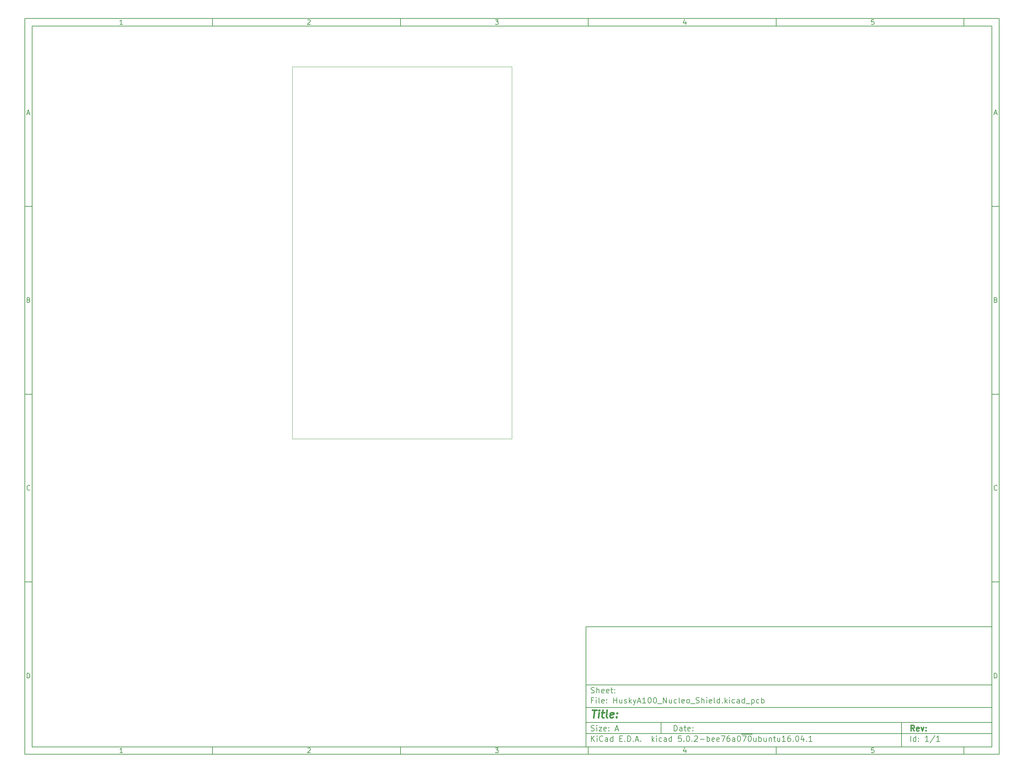
<source format=gbr>
G04 #@! TF.GenerationSoftware,KiCad,Pcbnew,5.0.2-bee76a0~70~ubuntu16.04.1*
G04 #@! TF.CreationDate,2019-02-15T18:52:28-05:00*
G04 #@! TF.ProjectId,HuskyA100_Nucleo_Shield,4875736b-7941-4313-9030-5f4e75636c65,rev?*
G04 #@! TF.SameCoordinates,Original*
G04 #@! TF.FileFunction,Profile,NP*
%FSLAX46Y46*%
G04 Gerber Fmt 4.6, Leading zero omitted, Abs format (unit mm)*
G04 Created by KiCad (PCBNEW 5.0.2-bee76a0~70~ubuntu16.04.1) date Fri 15 Feb 2019 06:52:28 PM EST*
%MOMM*%
%LPD*%
G01*
G04 APERTURE LIST*
%ADD10C,0.100000*%
%ADD11C,0.150000*%
%ADD12C,0.300000*%
%ADD13C,0.400000*%
G04 APERTURE END LIST*
D10*
D11*
X159400000Y-171900000D02*
X159400000Y-203900000D01*
X267400000Y-203900000D01*
X267400000Y-171900000D01*
X159400000Y-171900000D01*
D10*
D11*
X10000000Y-10000000D02*
X10000000Y-205900000D01*
X269400000Y-205900000D01*
X269400000Y-10000000D01*
X10000000Y-10000000D01*
D10*
D11*
X12000000Y-12000000D02*
X12000000Y-203900000D01*
X267400000Y-203900000D01*
X267400000Y-12000000D01*
X12000000Y-12000000D01*
D10*
D11*
X60000000Y-12000000D02*
X60000000Y-10000000D01*
D10*
D11*
X110000000Y-12000000D02*
X110000000Y-10000000D01*
D10*
D11*
X160000000Y-12000000D02*
X160000000Y-10000000D01*
D10*
D11*
X210000000Y-12000000D02*
X210000000Y-10000000D01*
D10*
D11*
X260000000Y-12000000D02*
X260000000Y-10000000D01*
D10*
D11*
X36065476Y-11588095D02*
X35322619Y-11588095D01*
X35694047Y-11588095D02*
X35694047Y-10288095D01*
X35570238Y-10473809D01*
X35446428Y-10597619D01*
X35322619Y-10659523D01*
D10*
D11*
X85322619Y-10411904D02*
X85384523Y-10350000D01*
X85508333Y-10288095D01*
X85817857Y-10288095D01*
X85941666Y-10350000D01*
X86003571Y-10411904D01*
X86065476Y-10535714D01*
X86065476Y-10659523D01*
X86003571Y-10845238D01*
X85260714Y-11588095D01*
X86065476Y-11588095D01*
D10*
D11*
X135260714Y-10288095D02*
X136065476Y-10288095D01*
X135632142Y-10783333D01*
X135817857Y-10783333D01*
X135941666Y-10845238D01*
X136003571Y-10907142D01*
X136065476Y-11030952D01*
X136065476Y-11340476D01*
X136003571Y-11464285D01*
X135941666Y-11526190D01*
X135817857Y-11588095D01*
X135446428Y-11588095D01*
X135322619Y-11526190D01*
X135260714Y-11464285D01*
D10*
D11*
X185941666Y-10721428D02*
X185941666Y-11588095D01*
X185632142Y-10226190D02*
X185322619Y-11154761D01*
X186127380Y-11154761D01*
D10*
D11*
X236003571Y-10288095D02*
X235384523Y-10288095D01*
X235322619Y-10907142D01*
X235384523Y-10845238D01*
X235508333Y-10783333D01*
X235817857Y-10783333D01*
X235941666Y-10845238D01*
X236003571Y-10907142D01*
X236065476Y-11030952D01*
X236065476Y-11340476D01*
X236003571Y-11464285D01*
X235941666Y-11526190D01*
X235817857Y-11588095D01*
X235508333Y-11588095D01*
X235384523Y-11526190D01*
X235322619Y-11464285D01*
D10*
D11*
X60000000Y-203900000D02*
X60000000Y-205900000D01*
D10*
D11*
X110000000Y-203900000D02*
X110000000Y-205900000D01*
D10*
D11*
X160000000Y-203900000D02*
X160000000Y-205900000D01*
D10*
D11*
X210000000Y-203900000D02*
X210000000Y-205900000D01*
D10*
D11*
X260000000Y-203900000D02*
X260000000Y-205900000D01*
D10*
D11*
X36065476Y-205488095D02*
X35322619Y-205488095D01*
X35694047Y-205488095D02*
X35694047Y-204188095D01*
X35570238Y-204373809D01*
X35446428Y-204497619D01*
X35322619Y-204559523D01*
D10*
D11*
X85322619Y-204311904D02*
X85384523Y-204250000D01*
X85508333Y-204188095D01*
X85817857Y-204188095D01*
X85941666Y-204250000D01*
X86003571Y-204311904D01*
X86065476Y-204435714D01*
X86065476Y-204559523D01*
X86003571Y-204745238D01*
X85260714Y-205488095D01*
X86065476Y-205488095D01*
D10*
D11*
X135260714Y-204188095D02*
X136065476Y-204188095D01*
X135632142Y-204683333D01*
X135817857Y-204683333D01*
X135941666Y-204745238D01*
X136003571Y-204807142D01*
X136065476Y-204930952D01*
X136065476Y-205240476D01*
X136003571Y-205364285D01*
X135941666Y-205426190D01*
X135817857Y-205488095D01*
X135446428Y-205488095D01*
X135322619Y-205426190D01*
X135260714Y-205364285D01*
D10*
D11*
X185941666Y-204621428D02*
X185941666Y-205488095D01*
X185632142Y-204126190D02*
X185322619Y-205054761D01*
X186127380Y-205054761D01*
D10*
D11*
X236003571Y-204188095D02*
X235384523Y-204188095D01*
X235322619Y-204807142D01*
X235384523Y-204745238D01*
X235508333Y-204683333D01*
X235817857Y-204683333D01*
X235941666Y-204745238D01*
X236003571Y-204807142D01*
X236065476Y-204930952D01*
X236065476Y-205240476D01*
X236003571Y-205364285D01*
X235941666Y-205426190D01*
X235817857Y-205488095D01*
X235508333Y-205488095D01*
X235384523Y-205426190D01*
X235322619Y-205364285D01*
D10*
D11*
X10000000Y-60000000D02*
X12000000Y-60000000D01*
D10*
D11*
X10000000Y-110000000D02*
X12000000Y-110000000D01*
D10*
D11*
X10000000Y-160000000D02*
X12000000Y-160000000D01*
D10*
D11*
X10690476Y-35216666D02*
X11309523Y-35216666D01*
X10566666Y-35588095D02*
X11000000Y-34288095D01*
X11433333Y-35588095D01*
D10*
D11*
X11092857Y-84907142D02*
X11278571Y-84969047D01*
X11340476Y-85030952D01*
X11402380Y-85154761D01*
X11402380Y-85340476D01*
X11340476Y-85464285D01*
X11278571Y-85526190D01*
X11154761Y-85588095D01*
X10659523Y-85588095D01*
X10659523Y-84288095D01*
X11092857Y-84288095D01*
X11216666Y-84350000D01*
X11278571Y-84411904D01*
X11340476Y-84535714D01*
X11340476Y-84659523D01*
X11278571Y-84783333D01*
X11216666Y-84845238D01*
X11092857Y-84907142D01*
X10659523Y-84907142D01*
D10*
D11*
X11402380Y-135464285D02*
X11340476Y-135526190D01*
X11154761Y-135588095D01*
X11030952Y-135588095D01*
X10845238Y-135526190D01*
X10721428Y-135402380D01*
X10659523Y-135278571D01*
X10597619Y-135030952D01*
X10597619Y-134845238D01*
X10659523Y-134597619D01*
X10721428Y-134473809D01*
X10845238Y-134350000D01*
X11030952Y-134288095D01*
X11154761Y-134288095D01*
X11340476Y-134350000D01*
X11402380Y-134411904D01*
D10*
D11*
X10659523Y-185588095D02*
X10659523Y-184288095D01*
X10969047Y-184288095D01*
X11154761Y-184350000D01*
X11278571Y-184473809D01*
X11340476Y-184597619D01*
X11402380Y-184845238D01*
X11402380Y-185030952D01*
X11340476Y-185278571D01*
X11278571Y-185402380D01*
X11154761Y-185526190D01*
X10969047Y-185588095D01*
X10659523Y-185588095D01*
D10*
D11*
X269400000Y-60000000D02*
X267400000Y-60000000D01*
D10*
D11*
X269400000Y-110000000D02*
X267400000Y-110000000D01*
D10*
D11*
X269400000Y-160000000D02*
X267400000Y-160000000D01*
D10*
D11*
X268090476Y-35216666D02*
X268709523Y-35216666D01*
X267966666Y-35588095D02*
X268400000Y-34288095D01*
X268833333Y-35588095D01*
D10*
D11*
X268492857Y-84907142D02*
X268678571Y-84969047D01*
X268740476Y-85030952D01*
X268802380Y-85154761D01*
X268802380Y-85340476D01*
X268740476Y-85464285D01*
X268678571Y-85526190D01*
X268554761Y-85588095D01*
X268059523Y-85588095D01*
X268059523Y-84288095D01*
X268492857Y-84288095D01*
X268616666Y-84350000D01*
X268678571Y-84411904D01*
X268740476Y-84535714D01*
X268740476Y-84659523D01*
X268678571Y-84783333D01*
X268616666Y-84845238D01*
X268492857Y-84907142D01*
X268059523Y-84907142D01*
D10*
D11*
X268802380Y-135464285D02*
X268740476Y-135526190D01*
X268554761Y-135588095D01*
X268430952Y-135588095D01*
X268245238Y-135526190D01*
X268121428Y-135402380D01*
X268059523Y-135278571D01*
X267997619Y-135030952D01*
X267997619Y-134845238D01*
X268059523Y-134597619D01*
X268121428Y-134473809D01*
X268245238Y-134350000D01*
X268430952Y-134288095D01*
X268554761Y-134288095D01*
X268740476Y-134350000D01*
X268802380Y-134411904D01*
D10*
D11*
X268059523Y-185588095D02*
X268059523Y-184288095D01*
X268369047Y-184288095D01*
X268554761Y-184350000D01*
X268678571Y-184473809D01*
X268740476Y-184597619D01*
X268802380Y-184845238D01*
X268802380Y-185030952D01*
X268740476Y-185278571D01*
X268678571Y-185402380D01*
X268554761Y-185526190D01*
X268369047Y-185588095D01*
X268059523Y-185588095D01*
D10*
D11*
X182832142Y-199678571D02*
X182832142Y-198178571D01*
X183189285Y-198178571D01*
X183403571Y-198250000D01*
X183546428Y-198392857D01*
X183617857Y-198535714D01*
X183689285Y-198821428D01*
X183689285Y-199035714D01*
X183617857Y-199321428D01*
X183546428Y-199464285D01*
X183403571Y-199607142D01*
X183189285Y-199678571D01*
X182832142Y-199678571D01*
X184975000Y-199678571D02*
X184975000Y-198892857D01*
X184903571Y-198750000D01*
X184760714Y-198678571D01*
X184475000Y-198678571D01*
X184332142Y-198750000D01*
X184975000Y-199607142D02*
X184832142Y-199678571D01*
X184475000Y-199678571D01*
X184332142Y-199607142D01*
X184260714Y-199464285D01*
X184260714Y-199321428D01*
X184332142Y-199178571D01*
X184475000Y-199107142D01*
X184832142Y-199107142D01*
X184975000Y-199035714D01*
X185475000Y-198678571D02*
X186046428Y-198678571D01*
X185689285Y-198178571D02*
X185689285Y-199464285D01*
X185760714Y-199607142D01*
X185903571Y-199678571D01*
X186046428Y-199678571D01*
X187117857Y-199607142D02*
X186975000Y-199678571D01*
X186689285Y-199678571D01*
X186546428Y-199607142D01*
X186475000Y-199464285D01*
X186475000Y-198892857D01*
X186546428Y-198750000D01*
X186689285Y-198678571D01*
X186975000Y-198678571D01*
X187117857Y-198750000D01*
X187189285Y-198892857D01*
X187189285Y-199035714D01*
X186475000Y-199178571D01*
X187832142Y-199535714D02*
X187903571Y-199607142D01*
X187832142Y-199678571D01*
X187760714Y-199607142D01*
X187832142Y-199535714D01*
X187832142Y-199678571D01*
X187832142Y-198750000D02*
X187903571Y-198821428D01*
X187832142Y-198892857D01*
X187760714Y-198821428D01*
X187832142Y-198750000D01*
X187832142Y-198892857D01*
D10*
D11*
X159400000Y-200400000D02*
X267400000Y-200400000D01*
D10*
D11*
X160832142Y-202478571D02*
X160832142Y-200978571D01*
X161689285Y-202478571D02*
X161046428Y-201621428D01*
X161689285Y-200978571D02*
X160832142Y-201835714D01*
X162332142Y-202478571D02*
X162332142Y-201478571D01*
X162332142Y-200978571D02*
X162260714Y-201050000D01*
X162332142Y-201121428D01*
X162403571Y-201050000D01*
X162332142Y-200978571D01*
X162332142Y-201121428D01*
X163903571Y-202335714D02*
X163832142Y-202407142D01*
X163617857Y-202478571D01*
X163475000Y-202478571D01*
X163260714Y-202407142D01*
X163117857Y-202264285D01*
X163046428Y-202121428D01*
X162975000Y-201835714D01*
X162975000Y-201621428D01*
X163046428Y-201335714D01*
X163117857Y-201192857D01*
X163260714Y-201050000D01*
X163475000Y-200978571D01*
X163617857Y-200978571D01*
X163832142Y-201050000D01*
X163903571Y-201121428D01*
X165189285Y-202478571D02*
X165189285Y-201692857D01*
X165117857Y-201550000D01*
X164975000Y-201478571D01*
X164689285Y-201478571D01*
X164546428Y-201550000D01*
X165189285Y-202407142D02*
X165046428Y-202478571D01*
X164689285Y-202478571D01*
X164546428Y-202407142D01*
X164475000Y-202264285D01*
X164475000Y-202121428D01*
X164546428Y-201978571D01*
X164689285Y-201907142D01*
X165046428Y-201907142D01*
X165189285Y-201835714D01*
X166546428Y-202478571D02*
X166546428Y-200978571D01*
X166546428Y-202407142D02*
X166403571Y-202478571D01*
X166117857Y-202478571D01*
X165975000Y-202407142D01*
X165903571Y-202335714D01*
X165832142Y-202192857D01*
X165832142Y-201764285D01*
X165903571Y-201621428D01*
X165975000Y-201550000D01*
X166117857Y-201478571D01*
X166403571Y-201478571D01*
X166546428Y-201550000D01*
X168403571Y-201692857D02*
X168903571Y-201692857D01*
X169117857Y-202478571D02*
X168403571Y-202478571D01*
X168403571Y-200978571D01*
X169117857Y-200978571D01*
X169760714Y-202335714D02*
X169832142Y-202407142D01*
X169760714Y-202478571D01*
X169689285Y-202407142D01*
X169760714Y-202335714D01*
X169760714Y-202478571D01*
X170475000Y-202478571D02*
X170475000Y-200978571D01*
X170832142Y-200978571D01*
X171046428Y-201050000D01*
X171189285Y-201192857D01*
X171260714Y-201335714D01*
X171332142Y-201621428D01*
X171332142Y-201835714D01*
X171260714Y-202121428D01*
X171189285Y-202264285D01*
X171046428Y-202407142D01*
X170832142Y-202478571D01*
X170475000Y-202478571D01*
X171975000Y-202335714D02*
X172046428Y-202407142D01*
X171975000Y-202478571D01*
X171903571Y-202407142D01*
X171975000Y-202335714D01*
X171975000Y-202478571D01*
X172617857Y-202050000D02*
X173332142Y-202050000D01*
X172475000Y-202478571D02*
X172975000Y-200978571D01*
X173475000Y-202478571D01*
X173975000Y-202335714D02*
X174046428Y-202407142D01*
X173975000Y-202478571D01*
X173903571Y-202407142D01*
X173975000Y-202335714D01*
X173975000Y-202478571D01*
X176975000Y-202478571D02*
X176975000Y-200978571D01*
X177117857Y-201907142D02*
X177546428Y-202478571D01*
X177546428Y-201478571D02*
X176975000Y-202050000D01*
X178189285Y-202478571D02*
X178189285Y-201478571D01*
X178189285Y-200978571D02*
X178117857Y-201050000D01*
X178189285Y-201121428D01*
X178260714Y-201050000D01*
X178189285Y-200978571D01*
X178189285Y-201121428D01*
X179546428Y-202407142D02*
X179403571Y-202478571D01*
X179117857Y-202478571D01*
X178975000Y-202407142D01*
X178903571Y-202335714D01*
X178832142Y-202192857D01*
X178832142Y-201764285D01*
X178903571Y-201621428D01*
X178975000Y-201550000D01*
X179117857Y-201478571D01*
X179403571Y-201478571D01*
X179546428Y-201550000D01*
X180832142Y-202478571D02*
X180832142Y-201692857D01*
X180760714Y-201550000D01*
X180617857Y-201478571D01*
X180332142Y-201478571D01*
X180189285Y-201550000D01*
X180832142Y-202407142D02*
X180689285Y-202478571D01*
X180332142Y-202478571D01*
X180189285Y-202407142D01*
X180117857Y-202264285D01*
X180117857Y-202121428D01*
X180189285Y-201978571D01*
X180332142Y-201907142D01*
X180689285Y-201907142D01*
X180832142Y-201835714D01*
X182189285Y-202478571D02*
X182189285Y-200978571D01*
X182189285Y-202407142D02*
X182046428Y-202478571D01*
X181760714Y-202478571D01*
X181617857Y-202407142D01*
X181546428Y-202335714D01*
X181475000Y-202192857D01*
X181475000Y-201764285D01*
X181546428Y-201621428D01*
X181617857Y-201550000D01*
X181760714Y-201478571D01*
X182046428Y-201478571D01*
X182189285Y-201550000D01*
X184760714Y-200978571D02*
X184046428Y-200978571D01*
X183975000Y-201692857D01*
X184046428Y-201621428D01*
X184189285Y-201550000D01*
X184546428Y-201550000D01*
X184689285Y-201621428D01*
X184760714Y-201692857D01*
X184832142Y-201835714D01*
X184832142Y-202192857D01*
X184760714Y-202335714D01*
X184689285Y-202407142D01*
X184546428Y-202478571D01*
X184189285Y-202478571D01*
X184046428Y-202407142D01*
X183975000Y-202335714D01*
X185475000Y-202335714D02*
X185546428Y-202407142D01*
X185475000Y-202478571D01*
X185403571Y-202407142D01*
X185475000Y-202335714D01*
X185475000Y-202478571D01*
X186475000Y-200978571D02*
X186617857Y-200978571D01*
X186760714Y-201050000D01*
X186832142Y-201121428D01*
X186903571Y-201264285D01*
X186975000Y-201550000D01*
X186975000Y-201907142D01*
X186903571Y-202192857D01*
X186832142Y-202335714D01*
X186760714Y-202407142D01*
X186617857Y-202478571D01*
X186475000Y-202478571D01*
X186332142Y-202407142D01*
X186260714Y-202335714D01*
X186189285Y-202192857D01*
X186117857Y-201907142D01*
X186117857Y-201550000D01*
X186189285Y-201264285D01*
X186260714Y-201121428D01*
X186332142Y-201050000D01*
X186475000Y-200978571D01*
X187617857Y-202335714D02*
X187689285Y-202407142D01*
X187617857Y-202478571D01*
X187546428Y-202407142D01*
X187617857Y-202335714D01*
X187617857Y-202478571D01*
X188260714Y-201121428D02*
X188332142Y-201050000D01*
X188475000Y-200978571D01*
X188832142Y-200978571D01*
X188975000Y-201050000D01*
X189046428Y-201121428D01*
X189117857Y-201264285D01*
X189117857Y-201407142D01*
X189046428Y-201621428D01*
X188189285Y-202478571D01*
X189117857Y-202478571D01*
X189760714Y-201907142D02*
X190903571Y-201907142D01*
X191617857Y-202478571D02*
X191617857Y-200978571D01*
X191617857Y-201550000D02*
X191760714Y-201478571D01*
X192046428Y-201478571D01*
X192189285Y-201550000D01*
X192260714Y-201621428D01*
X192332142Y-201764285D01*
X192332142Y-202192857D01*
X192260714Y-202335714D01*
X192189285Y-202407142D01*
X192046428Y-202478571D01*
X191760714Y-202478571D01*
X191617857Y-202407142D01*
X193546428Y-202407142D02*
X193403571Y-202478571D01*
X193117857Y-202478571D01*
X192975000Y-202407142D01*
X192903571Y-202264285D01*
X192903571Y-201692857D01*
X192975000Y-201550000D01*
X193117857Y-201478571D01*
X193403571Y-201478571D01*
X193546428Y-201550000D01*
X193617857Y-201692857D01*
X193617857Y-201835714D01*
X192903571Y-201978571D01*
X194832142Y-202407142D02*
X194689285Y-202478571D01*
X194403571Y-202478571D01*
X194260714Y-202407142D01*
X194189285Y-202264285D01*
X194189285Y-201692857D01*
X194260714Y-201550000D01*
X194403571Y-201478571D01*
X194689285Y-201478571D01*
X194832142Y-201550000D01*
X194903571Y-201692857D01*
X194903571Y-201835714D01*
X194189285Y-201978571D01*
X195403571Y-200978571D02*
X196403571Y-200978571D01*
X195760714Y-202478571D01*
X197617857Y-200978571D02*
X197332142Y-200978571D01*
X197189285Y-201050000D01*
X197117857Y-201121428D01*
X196975000Y-201335714D01*
X196903571Y-201621428D01*
X196903571Y-202192857D01*
X196975000Y-202335714D01*
X197046428Y-202407142D01*
X197189285Y-202478571D01*
X197475000Y-202478571D01*
X197617857Y-202407142D01*
X197689285Y-202335714D01*
X197760714Y-202192857D01*
X197760714Y-201835714D01*
X197689285Y-201692857D01*
X197617857Y-201621428D01*
X197475000Y-201550000D01*
X197189285Y-201550000D01*
X197046428Y-201621428D01*
X196975000Y-201692857D01*
X196903571Y-201835714D01*
X199046428Y-202478571D02*
X199046428Y-201692857D01*
X198975000Y-201550000D01*
X198832142Y-201478571D01*
X198546428Y-201478571D01*
X198403571Y-201550000D01*
X199046428Y-202407142D02*
X198903571Y-202478571D01*
X198546428Y-202478571D01*
X198403571Y-202407142D01*
X198332142Y-202264285D01*
X198332142Y-202121428D01*
X198403571Y-201978571D01*
X198546428Y-201907142D01*
X198903571Y-201907142D01*
X199046428Y-201835714D01*
X200046428Y-200978571D02*
X200189285Y-200978571D01*
X200332142Y-201050000D01*
X200403571Y-201121428D01*
X200475000Y-201264285D01*
X200546428Y-201550000D01*
X200546428Y-201907142D01*
X200475000Y-202192857D01*
X200403571Y-202335714D01*
X200332142Y-202407142D01*
X200189285Y-202478571D01*
X200046428Y-202478571D01*
X199903571Y-202407142D01*
X199832142Y-202335714D01*
X199760714Y-202192857D01*
X199689285Y-201907142D01*
X199689285Y-201550000D01*
X199760714Y-201264285D01*
X199832142Y-201121428D01*
X199903571Y-201050000D01*
X200046428Y-200978571D01*
X200832142Y-200570000D02*
X202260714Y-200570000D01*
X201046428Y-200978571D02*
X202046428Y-200978571D01*
X201403571Y-202478571D01*
X202260714Y-200570000D02*
X203689285Y-200570000D01*
X202903571Y-200978571D02*
X203046428Y-200978571D01*
X203189285Y-201050000D01*
X203260714Y-201121428D01*
X203332142Y-201264285D01*
X203403571Y-201550000D01*
X203403571Y-201907142D01*
X203332142Y-202192857D01*
X203260714Y-202335714D01*
X203189285Y-202407142D01*
X203046428Y-202478571D01*
X202903571Y-202478571D01*
X202760714Y-202407142D01*
X202689285Y-202335714D01*
X202617857Y-202192857D01*
X202546428Y-201907142D01*
X202546428Y-201550000D01*
X202617857Y-201264285D01*
X202689285Y-201121428D01*
X202760714Y-201050000D01*
X202903571Y-200978571D01*
X204689285Y-201478571D02*
X204689285Y-202478571D01*
X204046428Y-201478571D02*
X204046428Y-202264285D01*
X204117857Y-202407142D01*
X204260714Y-202478571D01*
X204475000Y-202478571D01*
X204617857Y-202407142D01*
X204689285Y-202335714D01*
X205403571Y-202478571D02*
X205403571Y-200978571D01*
X205403571Y-201550000D02*
X205546428Y-201478571D01*
X205832142Y-201478571D01*
X205975000Y-201550000D01*
X206046428Y-201621428D01*
X206117857Y-201764285D01*
X206117857Y-202192857D01*
X206046428Y-202335714D01*
X205975000Y-202407142D01*
X205832142Y-202478571D01*
X205546428Y-202478571D01*
X205403571Y-202407142D01*
X207403571Y-201478571D02*
X207403571Y-202478571D01*
X206760714Y-201478571D02*
X206760714Y-202264285D01*
X206832142Y-202407142D01*
X206975000Y-202478571D01*
X207189285Y-202478571D01*
X207332142Y-202407142D01*
X207403571Y-202335714D01*
X208117857Y-201478571D02*
X208117857Y-202478571D01*
X208117857Y-201621428D02*
X208189285Y-201550000D01*
X208332142Y-201478571D01*
X208546428Y-201478571D01*
X208689285Y-201550000D01*
X208760714Y-201692857D01*
X208760714Y-202478571D01*
X209260714Y-201478571D02*
X209832142Y-201478571D01*
X209475000Y-200978571D02*
X209475000Y-202264285D01*
X209546428Y-202407142D01*
X209689285Y-202478571D01*
X209832142Y-202478571D01*
X210975000Y-201478571D02*
X210975000Y-202478571D01*
X210332142Y-201478571D02*
X210332142Y-202264285D01*
X210403571Y-202407142D01*
X210546428Y-202478571D01*
X210760714Y-202478571D01*
X210903571Y-202407142D01*
X210975000Y-202335714D01*
X212475000Y-202478571D02*
X211617857Y-202478571D01*
X212046428Y-202478571D02*
X212046428Y-200978571D01*
X211903571Y-201192857D01*
X211760714Y-201335714D01*
X211617857Y-201407142D01*
X213760714Y-200978571D02*
X213475000Y-200978571D01*
X213332142Y-201050000D01*
X213260714Y-201121428D01*
X213117857Y-201335714D01*
X213046428Y-201621428D01*
X213046428Y-202192857D01*
X213117857Y-202335714D01*
X213189285Y-202407142D01*
X213332142Y-202478571D01*
X213617857Y-202478571D01*
X213760714Y-202407142D01*
X213832142Y-202335714D01*
X213903571Y-202192857D01*
X213903571Y-201835714D01*
X213832142Y-201692857D01*
X213760714Y-201621428D01*
X213617857Y-201550000D01*
X213332142Y-201550000D01*
X213189285Y-201621428D01*
X213117857Y-201692857D01*
X213046428Y-201835714D01*
X214546428Y-202335714D02*
X214617857Y-202407142D01*
X214546428Y-202478571D01*
X214475000Y-202407142D01*
X214546428Y-202335714D01*
X214546428Y-202478571D01*
X215546428Y-200978571D02*
X215689285Y-200978571D01*
X215832142Y-201050000D01*
X215903571Y-201121428D01*
X215975000Y-201264285D01*
X216046428Y-201550000D01*
X216046428Y-201907142D01*
X215975000Y-202192857D01*
X215903571Y-202335714D01*
X215832142Y-202407142D01*
X215689285Y-202478571D01*
X215546428Y-202478571D01*
X215403571Y-202407142D01*
X215332142Y-202335714D01*
X215260714Y-202192857D01*
X215189285Y-201907142D01*
X215189285Y-201550000D01*
X215260714Y-201264285D01*
X215332142Y-201121428D01*
X215403571Y-201050000D01*
X215546428Y-200978571D01*
X217332142Y-201478571D02*
X217332142Y-202478571D01*
X216975000Y-200907142D02*
X216617857Y-201978571D01*
X217546428Y-201978571D01*
X218117857Y-202335714D02*
X218189285Y-202407142D01*
X218117857Y-202478571D01*
X218046428Y-202407142D01*
X218117857Y-202335714D01*
X218117857Y-202478571D01*
X219617857Y-202478571D02*
X218760714Y-202478571D01*
X219189285Y-202478571D02*
X219189285Y-200978571D01*
X219046428Y-201192857D01*
X218903571Y-201335714D01*
X218760714Y-201407142D01*
D10*
D11*
X159400000Y-197400000D02*
X267400000Y-197400000D01*
D10*
D12*
X246809285Y-199678571D02*
X246309285Y-198964285D01*
X245952142Y-199678571D02*
X245952142Y-198178571D01*
X246523571Y-198178571D01*
X246666428Y-198250000D01*
X246737857Y-198321428D01*
X246809285Y-198464285D01*
X246809285Y-198678571D01*
X246737857Y-198821428D01*
X246666428Y-198892857D01*
X246523571Y-198964285D01*
X245952142Y-198964285D01*
X248023571Y-199607142D02*
X247880714Y-199678571D01*
X247595000Y-199678571D01*
X247452142Y-199607142D01*
X247380714Y-199464285D01*
X247380714Y-198892857D01*
X247452142Y-198750000D01*
X247595000Y-198678571D01*
X247880714Y-198678571D01*
X248023571Y-198750000D01*
X248095000Y-198892857D01*
X248095000Y-199035714D01*
X247380714Y-199178571D01*
X248595000Y-198678571D02*
X248952142Y-199678571D01*
X249309285Y-198678571D01*
X249880714Y-199535714D02*
X249952142Y-199607142D01*
X249880714Y-199678571D01*
X249809285Y-199607142D01*
X249880714Y-199535714D01*
X249880714Y-199678571D01*
X249880714Y-198750000D02*
X249952142Y-198821428D01*
X249880714Y-198892857D01*
X249809285Y-198821428D01*
X249880714Y-198750000D01*
X249880714Y-198892857D01*
D10*
D11*
X160760714Y-199607142D02*
X160975000Y-199678571D01*
X161332142Y-199678571D01*
X161475000Y-199607142D01*
X161546428Y-199535714D01*
X161617857Y-199392857D01*
X161617857Y-199250000D01*
X161546428Y-199107142D01*
X161475000Y-199035714D01*
X161332142Y-198964285D01*
X161046428Y-198892857D01*
X160903571Y-198821428D01*
X160832142Y-198750000D01*
X160760714Y-198607142D01*
X160760714Y-198464285D01*
X160832142Y-198321428D01*
X160903571Y-198250000D01*
X161046428Y-198178571D01*
X161403571Y-198178571D01*
X161617857Y-198250000D01*
X162260714Y-199678571D02*
X162260714Y-198678571D01*
X162260714Y-198178571D02*
X162189285Y-198250000D01*
X162260714Y-198321428D01*
X162332142Y-198250000D01*
X162260714Y-198178571D01*
X162260714Y-198321428D01*
X162832142Y-198678571D02*
X163617857Y-198678571D01*
X162832142Y-199678571D01*
X163617857Y-199678571D01*
X164760714Y-199607142D02*
X164617857Y-199678571D01*
X164332142Y-199678571D01*
X164189285Y-199607142D01*
X164117857Y-199464285D01*
X164117857Y-198892857D01*
X164189285Y-198750000D01*
X164332142Y-198678571D01*
X164617857Y-198678571D01*
X164760714Y-198750000D01*
X164832142Y-198892857D01*
X164832142Y-199035714D01*
X164117857Y-199178571D01*
X165475000Y-199535714D02*
X165546428Y-199607142D01*
X165475000Y-199678571D01*
X165403571Y-199607142D01*
X165475000Y-199535714D01*
X165475000Y-199678571D01*
X165475000Y-198750000D02*
X165546428Y-198821428D01*
X165475000Y-198892857D01*
X165403571Y-198821428D01*
X165475000Y-198750000D01*
X165475000Y-198892857D01*
X167260714Y-199250000D02*
X167975000Y-199250000D01*
X167117857Y-199678571D02*
X167617857Y-198178571D01*
X168117857Y-199678571D01*
D10*
D11*
X245832142Y-202478571D02*
X245832142Y-200978571D01*
X247189285Y-202478571D02*
X247189285Y-200978571D01*
X247189285Y-202407142D02*
X247046428Y-202478571D01*
X246760714Y-202478571D01*
X246617857Y-202407142D01*
X246546428Y-202335714D01*
X246475000Y-202192857D01*
X246475000Y-201764285D01*
X246546428Y-201621428D01*
X246617857Y-201550000D01*
X246760714Y-201478571D01*
X247046428Y-201478571D01*
X247189285Y-201550000D01*
X247903571Y-202335714D02*
X247975000Y-202407142D01*
X247903571Y-202478571D01*
X247832142Y-202407142D01*
X247903571Y-202335714D01*
X247903571Y-202478571D01*
X247903571Y-201550000D02*
X247975000Y-201621428D01*
X247903571Y-201692857D01*
X247832142Y-201621428D01*
X247903571Y-201550000D01*
X247903571Y-201692857D01*
X250546428Y-202478571D02*
X249689285Y-202478571D01*
X250117857Y-202478571D02*
X250117857Y-200978571D01*
X249975000Y-201192857D01*
X249832142Y-201335714D01*
X249689285Y-201407142D01*
X252260714Y-200907142D02*
X250975000Y-202835714D01*
X253546428Y-202478571D02*
X252689285Y-202478571D01*
X253117857Y-202478571D02*
X253117857Y-200978571D01*
X252975000Y-201192857D01*
X252832142Y-201335714D01*
X252689285Y-201407142D01*
D10*
D11*
X159400000Y-193400000D02*
X267400000Y-193400000D01*
D10*
D13*
X161112380Y-194104761D02*
X162255238Y-194104761D01*
X161433809Y-196104761D02*
X161683809Y-194104761D01*
X162671904Y-196104761D02*
X162838571Y-194771428D01*
X162921904Y-194104761D02*
X162814761Y-194200000D01*
X162898095Y-194295238D01*
X163005238Y-194200000D01*
X162921904Y-194104761D01*
X162898095Y-194295238D01*
X163505238Y-194771428D02*
X164267142Y-194771428D01*
X163874285Y-194104761D02*
X163660000Y-195819047D01*
X163731428Y-196009523D01*
X163910000Y-196104761D01*
X164100476Y-196104761D01*
X165052857Y-196104761D02*
X164874285Y-196009523D01*
X164802857Y-195819047D01*
X165017142Y-194104761D01*
X166588571Y-196009523D02*
X166386190Y-196104761D01*
X166005238Y-196104761D01*
X165826666Y-196009523D01*
X165755238Y-195819047D01*
X165850476Y-195057142D01*
X165969523Y-194866666D01*
X166171904Y-194771428D01*
X166552857Y-194771428D01*
X166731428Y-194866666D01*
X166802857Y-195057142D01*
X166779047Y-195247619D01*
X165802857Y-195438095D01*
X167552857Y-195914285D02*
X167636190Y-196009523D01*
X167529047Y-196104761D01*
X167445714Y-196009523D01*
X167552857Y-195914285D01*
X167529047Y-196104761D01*
X167683809Y-194866666D02*
X167767142Y-194961904D01*
X167660000Y-195057142D01*
X167576666Y-194961904D01*
X167683809Y-194866666D01*
X167660000Y-195057142D01*
D10*
D11*
X161332142Y-191492857D02*
X160832142Y-191492857D01*
X160832142Y-192278571D02*
X160832142Y-190778571D01*
X161546428Y-190778571D01*
X162117857Y-192278571D02*
X162117857Y-191278571D01*
X162117857Y-190778571D02*
X162046428Y-190850000D01*
X162117857Y-190921428D01*
X162189285Y-190850000D01*
X162117857Y-190778571D01*
X162117857Y-190921428D01*
X163046428Y-192278571D02*
X162903571Y-192207142D01*
X162832142Y-192064285D01*
X162832142Y-190778571D01*
X164189285Y-192207142D02*
X164046428Y-192278571D01*
X163760714Y-192278571D01*
X163617857Y-192207142D01*
X163546428Y-192064285D01*
X163546428Y-191492857D01*
X163617857Y-191350000D01*
X163760714Y-191278571D01*
X164046428Y-191278571D01*
X164189285Y-191350000D01*
X164260714Y-191492857D01*
X164260714Y-191635714D01*
X163546428Y-191778571D01*
X164903571Y-192135714D02*
X164975000Y-192207142D01*
X164903571Y-192278571D01*
X164832142Y-192207142D01*
X164903571Y-192135714D01*
X164903571Y-192278571D01*
X164903571Y-191350000D02*
X164975000Y-191421428D01*
X164903571Y-191492857D01*
X164832142Y-191421428D01*
X164903571Y-191350000D01*
X164903571Y-191492857D01*
X166760714Y-192278571D02*
X166760714Y-190778571D01*
X166760714Y-191492857D02*
X167617857Y-191492857D01*
X167617857Y-192278571D02*
X167617857Y-190778571D01*
X168975000Y-191278571D02*
X168975000Y-192278571D01*
X168332142Y-191278571D02*
X168332142Y-192064285D01*
X168403571Y-192207142D01*
X168546428Y-192278571D01*
X168760714Y-192278571D01*
X168903571Y-192207142D01*
X168975000Y-192135714D01*
X169617857Y-192207142D02*
X169760714Y-192278571D01*
X170046428Y-192278571D01*
X170189285Y-192207142D01*
X170260714Y-192064285D01*
X170260714Y-191992857D01*
X170189285Y-191850000D01*
X170046428Y-191778571D01*
X169832142Y-191778571D01*
X169689285Y-191707142D01*
X169617857Y-191564285D01*
X169617857Y-191492857D01*
X169689285Y-191350000D01*
X169832142Y-191278571D01*
X170046428Y-191278571D01*
X170189285Y-191350000D01*
X170903571Y-192278571D02*
X170903571Y-190778571D01*
X171046428Y-191707142D02*
X171475000Y-192278571D01*
X171475000Y-191278571D02*
X170903571Y-191850000D01*
X171975000Y-191278571D02*
X172332142Y-192278571D01*
X172689285Y-191278571D02*
X172332142Y-192278571D01*
X172189285Y-192635714D01*
X172117857Y-192707142D01*
X171975000Y-192778571D01*
X173189285Y-191850000D02*
X173903571Y-191850000D01*
X173046428Y-192278571D02*
X173546428Y-190778571D01*
X174046428Y-192278571D01*
X175332142Y-192278571D02*
X174475000Y-192278571D01*
X174903571Y-192278571D02*
X174903571Y-190778571D01*
X174760714Y-190992857D01*
X174617857Y-191135714D01*
X174475000Y-191207142D01*
X176260714Y-190778571D02*
X176403571Y-190778571D01*
X176546428Y-190850000D01*
X176617857Y-190921428D01*
X176689285Y-191064285D01*
X176760714Y-191350000D01*
X176760714Y-191707142D01*
X176689285Y-191992857D01*
X176617857Y-192135714D01*
X176546428Y-192207142D01*
X176403571Y-192278571D01*
X176260714Y-192278571D01*
X176117857Y-192207142D01*
X176046428Y-192135714D01*
X175975000Y-191992857D01*
X175903571Y-191707142D01*
X175903571Y-191350000D01*
X175975000Y-191064285D01*
X176046428Y-190921428D01*
X176117857Y-190850000D01*
X176260714Y-190778571D01*
X177689285Y-190778571D02*
X177832142Y-190778571D01*
X177975000Y-190850000D01*
X178046428Y-190921428D01*
X178117857Y-191064285D01*
X178189285Y-191350000D01*
X178189285Y-191707142D01*
X178117857Y-191992857D01*
X178046428Y-192135714D01*
X177975000Y-192207142D01*
X177832142Y-192278571D01*
X177689285Y-192278571D01*
X177546428Y-192207142D01*
X177475000Y-192135714D01*
X177403571Y-191992857D01*
X177332142Y-191707142D01*
X177332142Y-191350000D01*
X177403571Y-191064285D01*
X177475000Y-190921428D01*
X177546428Y-190850000D01*
X177689285Y-190778571D01*
X178475000Y-192421428D02*
X179617857Y-192421428D01*
X179975000Y-192278571D02*
X179975000Y-190778571D01*
X180832142Y-192278571D01*
X180832142Y-190778571D01*
X182189285Y-191278571D02*
X182189285Y-192278571D01*
X181546428Y-191278571D02*
X181546428Y-192064285D01*
X181617857Y-192207142D01*
X181760714Y-192278571D01*
X181975000Y-192278571D01*
X182117857Y-192207142D01*
X182189285Y-192135714D01*
X183546428Y-192207142D02*
X183403571Y-192278571D01*
X183117857Y-192278571D01*
X182975000Y-192207142D01*
X182903571Y-192135714D01*
X182832142Y-191992857D01*
X182832142Y-191564285D01*
X182903571Y-191421428D01*
X182975000Y-191350000D01*
X183117857Y-191278571D01*
X183403571Y-191278571D01*
X183546428Y-191350000D01*
X184403571Y-192278571D02*
X184260714Y-192207142D01*
X184189285Y-192064285D01*
X184189285Y-190778571D01*
X185546428Y-192207142D02*
X185403571Y-192278571D01*
X185117857Y-192278571D01*
X184975000Y-192207142D01*
X184903571Y-192064285D01*
X184903571Y-191492857D01*
X184975000Y-191350000D01*
X185117857Y-191278571D01*
X185403571Y-191278571D01*
X185546428Y-191350000D01*
X185617857Y-191492857D01*
X185617857Y-191635714D01*
X184903571Y-191778571D01*
X186475000Y-192278571D02*
X186332142Y-192207142D01*
X186260714Y-192135714D01*
X186189285Y-191992857D01*
X186189285Y-191564285D01*
X186260714Y-191421428D01*
X186332142Y-191350000D01*
X186475000Y-191278571D01*
X186689285Y-191278571D01*
X186832142Y-191350000D01*
X186903571Y-191421428D01*
X186975000Y-191564285D01*
X186975000Y-191992857D01*
X186903571Y-192135714D01*
X186832142Y-192207142D01*
X186689285Y-192278571D01*
X186475000Y-192278571D01*
X187260714Y-192421428D02*
X188403571Y-192421428D01*
X188689285Y-192207142D02*
X188903571Y-192278571D01*
X189260714Y-192278571D01*
X189403571Y-192207142D01*
X189475000Y-192135714D01*
X189546428Y-191992857D01*
X189546428Y-191850000D01*
X189475000Y-191707142D01*
X189403571Y-191635714D01*
X189260714Y-191564285D01*
X188975000Y-191492857D01*
X188832142Y-191421428D01*
X188760714Y-191350000D01*
X188689285Y-191207142D01*
X188689285Y-191064285D01*
X188760714Y-190921428D01*
X188832142Y-190850000D01*
X188975000Y-190778571D01*
X189332142Y-190778571D01*
X189546428Y-190850000D01*
X190189285Y-192278571D02*
X190189285Y-190778571D01*
X190832142Y-192278571D02*
X190832142Y-191492857D01*
X190760714Y-191350000D01*
X190617857Y-191278571D01*
X190403571Y-191278571D01*
X190260714Y-191350000D01*
X190189285Y-191421428D01*
X191546428Y-192278571D02*
X191546428Y-191278571D01*
X191546428Y-190778571D02*
X191475000Y-190850000D01*
X191546428Y-190921428D01*
X191617857Y-190850000D01*
X191546428Y-190778571D01*
X191546428Y-190921428D01*
X192832142Y-192207142D02*
X192689285Y-192278571D01*
X192403571Y-192278571D01*
X192260714Y-192207142D01*
X192189285Y-192064285D01*
X192189285Y-191492857D01*
X192260714Y-191350000D01*
X192403571Y-191278571D01*
X192689285Y-191278571D01*
X192832142Y-191350000D01*
X192903571Y-191492857D01*
X192903571Y-191635714D01*
X192189285Y-191778571D01*
X193760714Y-192278571D02*
X193617857Y-192207142D01*
X193546428Y-192064285D01*
X193546428Y-190778571D01*
X194975000Y-192278571D02*
X194975000Y-190778571D01*
X194975000Y-192207142D02*
X194832142Y-192278571D01*
X194546428Y-192278571D01*
X194403571Y-192207142D01*
X194332142Y-192135714D01*
X194260714Y-191992857D01*
X194260714Y-191564285D01*
X194332142Y-191421428D01*
X194403571Y-191350000D01*
X194546428Y-191278571D01*
X194832142Y-191278571D01*
X194975000Y-191350000D01*
X195689285Y-192135714D02*
X195760714Y-192207142D01*
X195689285Y-192278571D01*
X195617857Y-192207142D01*
X195689285Y-192135714D01*
X195689285Y-192278571D01*
X196403571Y-192278571D02*
X196403571Y-190778571D01*
X196546428Y-191707142D02*
X196975000Y-192278571D01*
X196975000Y-191278571D02*
X196403571Y-191850000D01*
X197617857Y-192278571D02*
X197617857Y-191278571D01*
X197617857Y-190778571D02*
X197546428Y-190850000D01*
X197617857Y-190921428D01*
X197689285Y-190850000D01*
X197617857Y-190778571D01*
X197617857Y-190921428D01*
X198975000Y-192207142D02*
X198832142Y-192278571D01*
X198546428Y-192278571D01*
X198403571Y-192207142D01*
X198332142Y-192135714D01*
X198260714Y-191992857D01*
X198260714Y-191564285D01*
X198332142Y-191421428D01*
X198403571Y-191350000D01*
X198546428Y-191278571D01*
X198832142Y-191278571D01*
X198975000Y-191350000D01*
X200260714Y-192278571D02*
X200260714Y-191492857D01*
X200189285Y-191350000D01*
X200046428Y-191278571D01*
X199760714Y-191278571D01*
X199617857Y-191350000D01*
X200260714Y-192207142D02*
X200117857Y-192278571D01*
X199760714Y-192278571D01*
X199617857Y-192207142D01*
X199546428Y-192064285D01*
X199546428Y-191921428D01*
X199617857Y-191778571D01*
X199760714Y-191707142D01*
X200117857Y-191707142D01*
X200260714Y-191635714D01*
X201617857Y-192278571D02*
X201617857Y-190778571D01*
X201617857Y-192207142D02*
X201475000Y-192278571D01*
X201189285Y-192278571D01*
X201046428Y-192207142D01*
X200975000Y-192135714D01*
X200903571Y-191992857D01*
X200903571Y-191564285D01*
X200975000Y-191421428D01*
X201046428Y-191350000D01*
X201189285Y-191278571D01*
X201475000Y-191278571D01*
X201617857Y-191350000D01*
X201975000Y-192421428D02*
X203117857Y-192421428D01*
X203475000Y-191278571D02*
X203475000Y-192778571D01*
X203475000Y-191350000D02*
X203617857Y-191278571D01*
X203903571Y-191278571D01*
X204046428Y-191350000D01*
X204117857Y-191421428D01*
X204189285Y-191564285D01*
X204189285Y-191992857D01*
X204117857Y-192135714D01*
X204046428Y-192207142D01*
X203903571Y-192278571D01*
X203617857Y-192278571D01*
X203475000Y-192207142D01*
X205475000Y-192207142D02*
X205332142Y-192278571D01*
X205046428Y-192278571D01*
X204903571Y-192207142D01*
X204832142Y-192135714D01*
X204760714Y-191992857D01*
X204760714Y-191564285D01*
X204832142Y-191421428D01*
X204903571Y-191350000D01*
X205046428Y-191278571D01*
X205332142Y-191278571D01*
X205475000Y-191350000D01*
X206117857Y-192278571D02*
X206117857Y-190778571D01*
X206117857Y-191350000D02*
X206260714Y-191278571D01*
X206546428Y-191278571D01*
X206689285Y-191350000D01*
X206760714Y-191421428D01*
X206832142Y-191564285D01*
X206832142Y-191992857D01*
X206760714Y-192135714D01*
X206689285Y-192207142D01*
X206546428Y-192278571D01*
X206260714Y-192278571D01*
X206117857Y-192207142D01*
D10*
D11*
X159400000Y-187400000D02*
X267400000Y-187400000D01*
D10*
D11*
X160760714Y-189507142D02*
X160975000Y-189578571D01*
X161332142Y-189578571D01*
X161475000Y-189507142D01*
X161546428Y-189435714D01*
X161617857Y-189292857D01*
X161617857Y-189150000D01*
X161546428Y-189007142D01*
X161475000Y-188935714D01*
X161332142Y-188864285D01*
X161046428Y-188792857D01*
X160903571Y-188721428D01*
X160832142Y-188650000D01*
X160760714Y-188507142D01*
X160760714Y-188364285D01*
X160832142Y-188221428D01*
X160903571Y-188150000D01*
X161046428Y-188078571D01*
X161403571Y-188078571D01*
X161617857Y-188150000D01*
X162260714Y-189578571D02*
X162260714Y-188078571D01*
X162903571Y-189578571D02*
X162903571Y-188792857D01*
X162832142Y-188650000D01*
X162689285Y-188578571D01*
X162475000Y-188578571D01*
X162332142Y-188650000D01*
X162260714Y-188721428D01*
X164189285Y-189507142D02*
X164046428Y-189578571D01*
X163760714Y-189578571D01*
X163617857Y-189507142D01*
X163546428Y-189364285D01*
X163546428Y-188792857D01*
X163617857Y-188650000D01*
X163760714Y-188578571D01*
X164046428Y-188578571D01*
X164189285Y-188650000D01*
X164260714Y-188792857D01*
X164260714Y-188935714D01*
X163546428Y-189078571D01*
X165475000Y-189507142D02*
X165332142Y-189578571D01*
X165046428Y-189578571D01*
X164903571Y-189507142D01*
X164832142Y-189364285D01*
X164832142Y-188792857D01*
X164903571Y-188650000D01*
X165046428Y-188578571D01*
X165332142Y-188578571D01*
X165475000Y-188650000D01*
X165546428Y-188792857D01*
X165546428Y-188935714D01*
X164832142Y-189078571D01*
X165975000Y-188578571D02*
X166546428Y-188578571D01*
X166189285Y-188078571D02*
X166189285Y-189364285D01*
X166260714Y-189507142D01*
X166403571Y-189578571D01*
X166546428Y-189578571D01*
X167046428Y-189435714D02*
X167117857Y-189507142D01*
X167046428Y-189578571D01*
X166975000Y-189507142D01*
X167046428Y-189435714D01*
X167046428Y-189578571D01*
X167046428Y-188650000D02*
X167117857Y-188721428D01*
X167046428Y-188792857D01*
X166975000Y-188721428D01*
X167046428Y-188650000D01*
X167046428Y-188792857D01*
D10*
D11*
X179400000Y-197400000D02*
X179400000Y-200400000D01*
D10*
D11*
X243400000Y-197400000D02*
X243400000Y-203900000D01*
D10*
X139700000Y-121920000D02*
X139700000Y-22860000D01*
X81280000Y-121920000D02*
X139700000Y-121920000D01*
X81280000Y-22860000D02*
X81280000Y-121920000D01*
X139700000Y-22860000D02*
X81280000Y-22860000D01*
M02*

</source>
